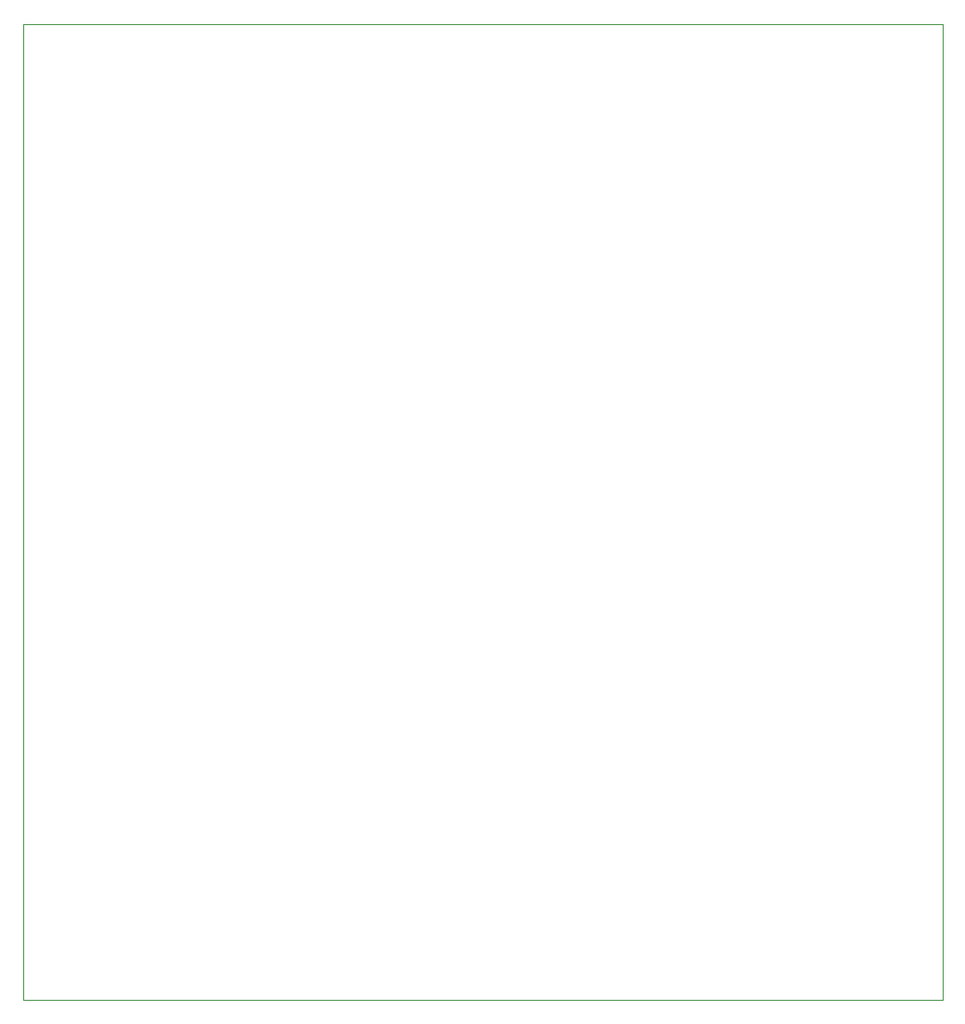
<source format=gm1>
G75*
G70*
%OFA0B0*%
%FSLAX24Y24*%
%IPPOS*%
%LPD*%
%AMOC8*
5,1,8,0,0,1.08239X$1,22.5*
%
%ADD10C,0.0000*%
D10*
X000100Y000100D02*
X000100Y035100D01*
X033100Y035100D01*
X033100Y000100D01*
X000100Y000100D01*
M02*

</source>
